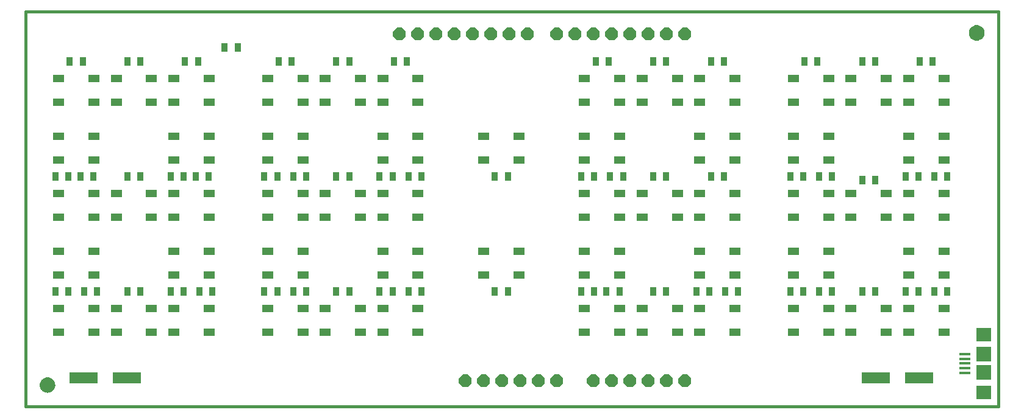
<source format=gts>
G75*
%MOIN*%
%OFA0B0*%
%FSLAX25Y25*%
%IPPOS*%
%LPD*%
%AMOC8*
5,1,8,0,0,1.08239X$1,22.5*
%
%ADD10C,0.01600*%
%ADD11R,0.06306X0.03943*%
%ADD12R,0.03550X0.05124*%
%ADD13OC8,0.07000*%
%ADD14R,0.15361X0.05912*%
%ADD15R,0.05912X0.01778*%
%ADD16R,0.07880X0.07487*%
%ADD17R,0.07880X0.07880*%
%ADD18C,0.00500*%
D10*
X0001984Y0001984D02*
X0001984Y0218520D01*
X0533480Y0218520D01*
X0533480Y0001984D01*
X0001984Y0001984D01*
D11*
X0019898Y0042732D03*
X0039189Y0042732D03*
X0051394Y0042732D03*
X0070685Y0042732D03*
X0082890Y0042732D03*
X0102181Y0042732D03*
X0102181Y0055724D03*
X0082890Y0055724D03*
X0070685Y0055724D03*
X0051394Y0055724D03*
X0039189Y0055724D03*
X0019898Y0055724D03*
X0019898Y0074228D03*
X0039189Y0074228D03*
X0039189Y0087220D03*
X0019898Y0087220D03*
X0019898Y0105724D03*
X0039189Y0105724D03*
X0051394Y0105724D03*
X0070685Y0105724D03*
X0082890Y0105724D03*
X0102181Y0105724D03*
X0102181Y0118717D03*
X0082890Y0118717D03*
X0070685Y0118717D03*
X0051394Y0118717D03*
X0039189Y0118717D03*
X0019898Y0118717D03*
X0019898Y0137220D03*
X0039189Y0137220D03*
X0039189Y0150213D03*
X0019898Y0150213D03*
X0019898Y0168717D03*
X0039189Y0168717D03*
X0051394Y0168717D03*
X0070685Y0168717D03*
X0082890Y0168717D03*
X0102181Y0168717D03*
X0102181Y0181709D03*
X0082890Y0181709D03*
X0070685Y0181709D03*
X0051394Y0181709D03*
X0039189Y0181709D03*
X0019898Y0181709D03*
X0082890Y0150213D03*
X0102181Y0150213D03*
X0102181Y0137220D03*
X0082890Y0137220D03*
X0134071Y0137220D03*
X0153362Y0137220D03*
X0153362Y0150213D03*
X0134071Y0150213D03*
X0134071Y0168717D03*
X0153362Y0168717D03*
X0165567Y0168717D03*
X0184858Y0168717D03*
X0197063Y0168717D03*
X0216354Y0168717D03*
X0216354Y0181709D03*
X0197063Y0181709D03*
X0184858Y0181709D03*
X0165567Y0181709D03*
X0153362Y0181709D03*
X0134071Y0181709D03*
X0197063Y0150213D03*
X0216354Y0150213D03*
X0216354Y0137220D03*
X0197063Y0137220D03*
X0197063Y0118717D03*
X0184858Y0118717D03*
X0165567Y0118717D03*
X0153362Y0118717D03*
X0134071Y0118717D03*
X0134071Y0105724D03*
X0153362Y0105724D03*
X0165567Y0105724D03*
X0184858Y0105724D03*
X0197063Y0105724D03*
X0216354Y0105724D03*
X0216354Y0118717D03*
X0252181Y0137220D03*
X0271472Y0137220D03*
X0271472Y0150213D03*
X0252181Y0150213D03*
X0307299Y0150213D03*
X0326591Y0150213D03*
X0326591Y0137220D03*
X0307299Y0137220D03*
X0307299Y0118717D03*
X0326591Y0118717D03*
X0338795Y0118717D03*
X0358087Y0118717D03*
X0370291Y0118717D03*
X0389583Y0118717D03*
X0389583Y0105724D03*
X0370291Y0105724D03*
X0358087Y0105724D03*
X0338795Y0105724D03*
X0326591Y0105724D03*
X0307299Y0105724D03*
X0307299Y0087220D03*
X0326591Y0087220D03*
X0326591Y0074228D03*
X0307299Y0074228D03*
X0271472Y0074228D03*
X0252181Y0074228D03*
X0252181Y0087220D03*
X0271472Y0087220D03*
X0216354Y0087220D03*
X0197063Y0087220D03*
X0197063Y0074228D03*
X0216354Y0074228D03*
X0216354Y0055724D03*
X0197063Y0055724D03*
X0184858Y0055724D03*
X0165567Y0055724D03*
X0153362Y0055724D03*
X0134071Y0055724D03*
X0134071Y0042732D03*
X0153362Y0042732D03*
X0165567Y0042732D03*
X0184858Y0042732D03*
X0197063Y0042732D03*
X0216354Y0042732D03*
X0153362Y0074228D03*
X0134071Y0074228D03*
X0134071Y0087220D03*
X0153362Y0087220D03*
X0102181Y0087220D03*
X0082890Y0087220D03*
X0082890Y0074228D03*
X0102181Y0074228D03*
X0307299Y0055724D03*
X0326591Y0055724D03*
X0338795Y0055724D03*
X0358087Y0055724D03*
X0370291Y0055724D03*
X0389583Y0055724D03*
X0389583Y0042732D03*
X0370291Y0042732D03*
X0358087Y0042732D03*
X0338795Y0042732D03*
X0326591Y0042732D03*
X0307299Y0042732D03*
X0370291Y0074228D03*
X0389583Y0074228D03*
X0389583Y0087220D03*
X0370291Y0087220D03*
X0421472Y0087220D03*
X0440764Y0087220D03*
X0440764Y0074228D03*
X0421472Y0074228D03*
X0421472Y0055724D03*
X0440764Y0055724D03*
X0452969Y0055724D03*
X0472260Y0055724D03*
X0484465Y0055724D03*
X0503756Y0055724D03*
X0503756Y0042732D03*
X0484465Y0042732D03*
X0472260Y0042732D03*
X0452969Y0042732D03*
X0440764Y0042732D03*
X0421472Y0042732D03*
X0484465Y0074228D03*
X0503756Y0074228D03*
X0503756Y0087220D03*
X0484465Y0087220D03*
X0484465Y0105724D03*
X0472260Y0105724D03*
X0452969Y0105724D03*
X0440764Y0105724D03*
X0421472Y0105724D03*
X0421472Y0118717D03*
X0440764Y0118717D03*
X0452969Y0118717D03*
X0472260Y0118717D03*
X0484465Y0118717D03*
X0503756Y0118717D03*
X0503756Y0105724D03*
X0503756Y0137220D03*
X0484465Y0137220D03*
X0484465Y0150213D03*
X0503756Y0150213D03*
X0503756Y0168717D03*
X0484465Y0168717D03*
X0472260Y0168717D03*
X0452969Y0168717D03*
X0440764Y0168717D03*
X0421472Y0168717D03*
X0421472Y0181709D03*
X0440764Y0181709D03*
X0452969Y0181709D03*
X0472260Y0181709D03*
X0484465Y0181709D03*
X0503756Y0181709D03*
X0440764Y0150213D03*
X0421472Y0150213D03*
X0421472Y0137220D03*
X0440764Y0137220D03*
X0389583Y0137220D03*
X0370291Y0137220D03*
X0370291Y0150213D03*
X0389583Y0150213D03*
X0389583Y0168717D03*
X0370291Y0168717D03*
X0358087Y0168717D03*
X0338795Y0168717D03*
X0326591Y0168717D03*
X0307299Y0168717D03*
X0307299Y0181709D03*
X0326591Y0181709D03*
X0338795Y0181709D03*
X0358087Y0181709D03*
X0370291Y0181709D03*
X0389583Y0181709D03*
D12*
X0383480Y0190961D03*
X0376394Y0190961D03*
X0351984Y0190961D03*
X0344898Y0190961D03*
X0320488Y0190961D03*
X0313402Y0190961D03*
X0210252Y0190961D03*
X0203165Y0190961D03*
X0178756Y0190961D03*
X0171669Y0190961D03*
X0147260Y0190961D03*
X0140173Y0190961D03*
X0117732Y0198835D03*
X0110646Y0198835D03*
X0096079Y0190961D03*
X0088992Y0190961D03*
X0064583Y0190961D03*
X0057496Y0190961D03*
X0033087Y0190961D03*
X0026000Y0190961D03*
X0025213Y0127969D03*
X0031906Y0127969D03*
X0038992Y0127969D03*
X0057496Y0127969D03*
X0064583Y0127969D03*
X0081118Y0127969D03*
X0088205Y0127969D03*
X0094898Y0127969D03*
X0101984Y0127969D03*
X0132299Y0127969D03*
X0139386Y0127969D03*
X0148047Y0127969D03*
X0155134Y0127969D03*
X0171669Y0127969D03*
X0178756Y0127969D03*
X0195291Y0127969D03*
X0202378Y0127969D03*
X0211039Y0127969D03*
X0218126Y0127969D03*
X0258283Y0127969D03*
X0265370Y0127969D03*
X0305528Y0127969D03*
X0312614Y0127969D03*
X0321276Y0127969D03*
X0328362Y0127969D03*
X0344898Y0127969D03*
X0351984Y0127969D03*
X0376394Y0127969D03*
X0383480Y0127969D03*
X0419701Y0127969D03*
X0426787Y0127969D03*
X0435449Y0127969D03*
X0442535Y0127969D03*
X0459071Y0126000D03*
X0466157Y0126000D03*
X0482693Y0127969D03*
X0489780Y0127969D03*
X0498441Y0127969D03*
X0505528Y0127969D03*
X0497654Y0190961D03*
X0490567Y0190961D03*
X0466157Y0190961D03*
X0459071Y0190961D03*
X0434661Y0190961D03*
X0427575Y0190961D03*
X0426787Y0064976D03*
X0419701Y0064976D03*
X0435449Y0064976D03*
X0442535Y0064976D03*
X0459071Y0064976D03*
X0466157Y0064976D03*
X0482693Y0064976D03*
X0489780Y0064976D03*
X0498441Y0064976D03*
X0505528Y0064976D03*
X0391354Y0064976D03*
X0384268Y0064976D03*
X0375606Y0064976D03*
X0368520Y0064976D03*
X0351984Y0064976D03*
X0344898Y0064976D03*
X0326394Y0064976D03*
X0319307Y0064976D03*
X0312614Y0064976D03*
X0305528Y0064976D03*
X0265370Y0064976D03*
X0258283Y0064976D03*
X0218126Y0064976D03*
X0211039Y0064976D03*
X0202378Y0064976D03*
X0195291Y0064976D03*
X0178756Y0064976D03*
X0171669Y0064976D03*
X0155134Y0064976D03*
X0148047Y0064976D03*
X0139386Y0064976D03*
X0132299Y0064976D03*
X0103953Y0064976D03*
X0096866Y0064976D03*
X0088205Y0064976D03*
X0081118Y0064976D03*
X0064583Y0064976D03*
X0057496Y0064976D03*
X0040961Y0064976D03*
X0033874Y0064976D03*
X0025213Y0064976D03*
X0018126Y0064976D03*
X0018126Y0127969D03*
D13*
X0206220Y0205921D03*
X0216220Y0205921D03*
X0226220Y0205921D03*
X0236220Y0205921D03*
X0246220Y0205921D03*
X0256220Y0205921D03*
X0266220Y0205921D03*
X0276220Y0205921D03*
X0292220Y0205921D03*
X0302220Y0205921D03*
X0312220Y0205921D03*
X0322220Y0205921D03*
X0332220Y0205921D03*
X0342220Y0205921D03*
X0352220Y0205921D03*
X0362220Y0205921D03*
X0362220Y0015921D03*
X0352220Y0015921D03*
X0342220Y0015921D03*
X0332220Y0015921D03*
X0322220Y0015921D03*
X0312220Y0015921D03*
X0292220Y0015921D03*
X0282220Y0015921D03*
X0272220Y0015921D03*
X0262220Y0015921D03*
X0252220Y0015921D03*
X0242220Y0015921D03*
D14*
X0057102Y0017732D03*
X0033480Y0017732D03*
X0466551Y0017732D03*
X0490173Y0017732D03*
D15*
X0515173Y0020488D03*
X0515173Y0023047D03*
X0515173Y0025606D03*
X0515173Y0028165D03*
X0515173Y0030724D03*
D16*
X0525606Y0041354D03*
X0525606Y0009858D03*
D17*
X0525606Y0020606D03*
X0525606Y0030606D03*
D18*
X0521669Y0202772D02*
X0522353Y0202831D01*
X0523016Y0203009D01*
X0523638Y0203299D01*
X0524200Y0203693D01*
X0524685Y0204178D01*
X0525079Y0204740D01*
X0525369Y0205362D01*
X0525546Y0206025D01*
X0525606Y0206709D01*
X0525546Y0207392D01*
X0525369Y0208055D01*
X0525079Y0208677D01*
X0524685Y0209239D01*
X0524200Y0209725D01*
X0523638Y0210118D01*
X0523016Y0210408D01*
X0522353Y0210586D01*
X0521669Y0210646D01*
X0520986Y0210586D01*
X0520323Y0210408D01*
X0519701Y0210118D01*
X0519139Y0209725D01*
X0518653Y0209239D01*
X0518260Y0208677D01*
X0517970Y0208055D01*
X0517792Y0207392D01*
X0517732Y0206709D01*
X0517792Y0206025D01*
X0517970Y0205362D01*
X0518260Y0204740D01*
X0518653Y0204178D01*
X0519139Y0203693D01*
X0519701Y0203299D01*
X0520323Y0203009D01*
X0520986Y0202831D01*
X0521669Y0202772D01*
X0520788Y0202884D02*
X0522550Y0202884D01*
X0523757Y0203383D02*
X0519581Y0203383D01*
X0518950Y0203881D02*
X0524389Y0203881D01*
X0524827Y0204380D02*
X0518512Y0204380D01*
X0518195Y0204878D02*
X0525143Y0204878D01*
X0525373Y0205377D02*
X0517966Y0205377D01*
X0517832Y0205875D02*
X0525506Y0205875D01*
X0525577Y0206374D02*
X0517762Y0206374D01*
X0517747Y0206872D02*
X0525592Y0206872D01*
X0525548Y0207371D02*
X0517790Y0207371D01*
X0517920Y0207869D02*
X0525419Y0207869D01*
X0525223Y0208368D02*
X0518116Y0208368D01*
X0518392Y0208866D02*
X0524946Y0208866D01*
X0524560Y0209365D02*
X0518779Y0209365D01*
X0519337Y0209863D02*
X0524002Y0209863D01*
X0523115Y0210362D02*
X0520224Y0210362D01*
X0017495Y0015142D02*
X0017205Y0015764D01*
X0016811Y0016326D01*
X0016326Y0016811D01*
X0015764Y0017205D01*
X0015142Y0017495D01*
X0014479Y0017672D01*
X0013795Y0017732D01*
X0013112Y0017672D01*
X0012449Y0017495D01*
X0011827Y0017205D01*
X0011265Y0016811D01*
X0010779Y0016326D01*
X0010386Y0015764D01*
X0010096Y0015142D01*
X0009918Y0014479D01*
X0009858Y0013795D01*
X0009918Y0013112D01*
X0010096Y0012449D01*
X0010386Y0011827D01*
X0010779Y0011265D01*
X0011265Y0010779D01*
X0011827Y0010386D01*
X0012449Y0010096D01*
X0013112Y0009918D01*
X0013795Y0009858D01*
X0014479Y0009918D01*
X0015142Y0010096D01*
X0015764Y0010386D01*
X0016326Y0010779D01*
X0016811Y0011265D01*
X0017205Y0011827D01*
X0017495Y0012449D01*
X0017672Y0013112D01*
X0017732Y0013795D01*
X0017672Y0014479D01*
X0017495Y0015142D01*
X0017547Y0014946D02*
X0010043Y0014946D01*
X0009915Y0014447D02*
X0017675Y0014447D01*
X0017719Y0013949D02*
X0009872Y0013949D01*
X0009888Y0013450D02*
X0017702Y0013450D01*
X0017630Y0012952D02*
X0009961Y0012952D01*
X0010095Y0012453D02*
X0017496Y0012453D01*
X0017264Y0011954D02*
X0010326Y0011954D01*
X0010645Y0011456D02*
X0016945Y0011456D01*
X0016504Y0010957D02*
X0011087Y0010957D01*
X0011722Y0010459D02*
X0015868Y0010459D01*
X0014637Y0009960D02*
X0012954Y0009960D01*
X0010237Y0015444D02*
X0017354Y0015444D01*
X0017080Y0015943D02*
X0010511Y0015943D01*
X0010895Y0016441D02*
X0016696Y0016441D01*
X0016143Y0016940D02*
X0011448Y0016940D01*
X0012327Y0017438D02*
X0015264Y0017438D01*
M02*

</source>
